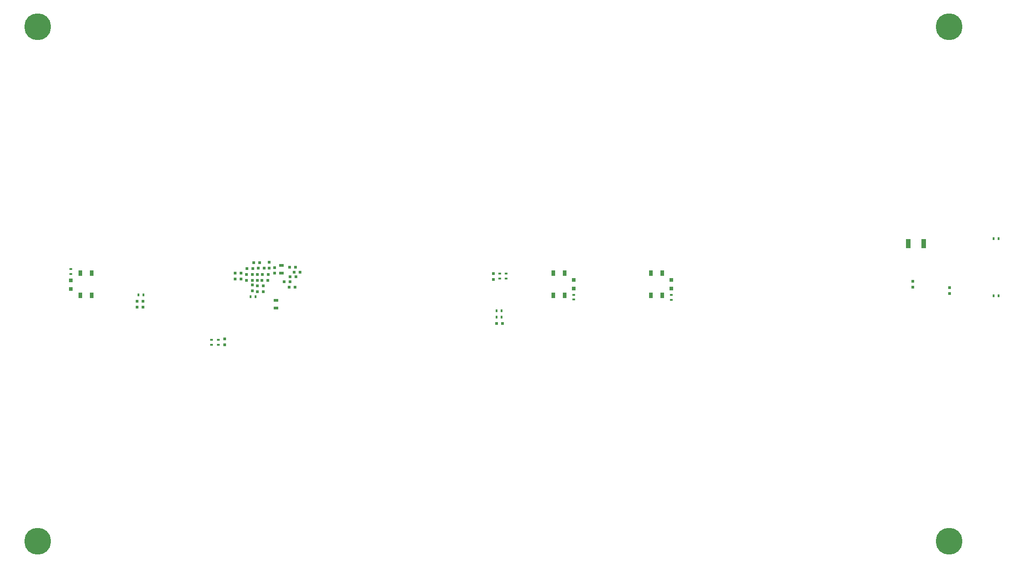
<source format=gbr>
%TF.GenerationSoftware,KiCad,Pcbnew,7.0.2-0*%
%TF.CreationDate,2023-05-18T01:22:18+02:00*%
%TF.ProjectId,panel,70616e65-6c2e-46b6-9963-61645f706362,2.2.0*%
%TF.SameCoordinates,PX2918ffdPY6cadc66*%
%TF.FileFunction,Paste,Bot*%
%TF.FilePolarity,Positive*%
%FSLAX46Y46*%
G04 Gerber Fmt 4.6, Leading zero omitted, Abs format (unit mm)*
G04 Created by KiCad (PCBNEW 7.0.2-0) date 2023-05-18 01:22:18*
%MOMM*%
%LPD*%
G01*
G04 APERTURE LIST*
%ADD10C,5.000000*%
%ADD11R,0.600000X0.400000*%
%ADD12R,0.600000X0.500000*%
%ADD13R,0.500000X0.600000*%
%ADD14R,0.900000X0.500000*%
%ADD15R,0.400000X0.600000*%
%ADD16R,0.800000X0.800000*%
%ADD17R,0.650000X1.050000*%
%ADD18R,0.900000X1.700000*%
G04 APERTURE END LIST*
D10*
%TO.C,REF\u002A\u002A*%
X20000000Y-27510000D03*
%TD*%
%TO.C,REF\u002A\u002A*%
X190027580Y68490000D03*
%TD*%
%TO.C,REF\u002A\u002A*%
X20000000Y68490000D03*
%TD*%
%TO.C,REF\u002A\u002A*%
X190027580Y-27510000D03*
%TD*%
D11*
%TO.C,R26*%
X107347430Y22408870D03*
X107347430Y21508870D03*
%TD*%
D12*
%TO.C,C8*%
X62886110Y21107430D03*
X61786110Y21107430D03*
%TD*%
D13*
%TO.C,C79*%
X57936110Y22457430D03*
X57936110Y21357430D03*
%TD*%
D14*
%TO.C,L5*%
X64436110Y17457430D03*
X64436110Y15957430D03*
%TD*%
D15*
%TO.C,R5*%
X38786110Y18417430D03*
X39686110Y18417430D03*
%TD*%
D11*
%TO.C,R18*%
X26197430Y22357430D03*
X26197430Y23257430D03*
%TD*%
D15*
%TO.C,R49*%
X198297430Y28957430D03*
X199197430Y28957430D03*
%TD*%
D12*
%TO.C,C32*%
X58886110Y22207430D03*
X59986110Y22207430D03*
%TD*%
D13*
%TO.C,C42*%
X54847430Y9157430D03*
X54847430Y10257430D03*
%TD*%
%TO.C,C47*%
X183236110Y19857430D03*
X183236110Y20957430D03*
%TD*%
%TO.C,C49*%
X190036110Y18657430D03*
X190036110Y19757430D03*
%TD*%
D12*
%TO.C,C33*%
X58986110Y23307430D03*
X60086110Y23307430D03*
%TD*%
%TO.C,C2*%
X60986110Y19007430D03*
X62086110Y19007430D03*
%TD*%
%TO.C,C10*%
X62986110Y22207430D03*
X61886110Y22207430D03*
%TD*%
D11*
%TO.C,R21*%
X119997430Y18457430D03*
X119997430Y17557430D03*
%TD*%
D16*
%TO.C,D4*%
X119997430Y19607430D03*
X119997430Y21207430D03*
%TD*%
D11*
%TO.C,R16*%
X138197430Y18407430D03*
X138197430Y17507430D03*
%TD*%
D13*
%TO.C,C53*%
X104947430Y22408870D03*
X104947430Y21308870D03*
%TD*%
D17*
%TO.C,SW2*%
X134322430Y22493870D03*
X134322430Y18343870D03*
X136472430Y22493870D03*
X136472430Y18343870D03*
%TD*%
D11*
%TO.C,R22*%
X53647430Y10057430D03*
X53647430Y9157430D03*
%TD*%
D12*
%TO.C,C26*%
X68186110Y21806030D03*
X67086110Y21806030D03*
%TD*%
D13*
%TO.C,C82*%
X63136110Y23396030D03*
X63136110Y24496030D03*
%TD*%
D15*
%TO.C,R53*%
X59686110Y18107430D03*
X60586110Y18107430D03*
%TD*%
D18*
%TO.C,F1*%
X185286110Y28007430D03*
X182386110Y28007430D03*
%TD*%
D15*
%TO.C,R27*%
X105597430Y15457430D03*
X106497430Y15457430D03*
%TD*%
D12*
%TO.C,C15*%
X39586110Y17217430D03*
X38486110Y17217430D03*
%TD*%
%TO.C,C3*%
X58886110Y21107430D03*
X59986110Y21107430D03*
%TD*%
D11*
%TO.C,R19*%
X52447430Y9157430D03*
X52447430Y10057430D03*
%TD*%
D12*
%TO.C,C27*%
X68886110Y22706030D03*
X67786110Y22706030D03*
%TD*%
D16*
%TO.C,D3*%
X26197430Y21157430D03*
X26197430Y19557430D03*
%TD*%
D12*
%TO.C,C34*%
X60286110Y24407430D03*
X61386110Y24407430D03*
%TD*%
%TO.C,C28*%
X68086110Y23606030D03*
X66986110Y23606030D03*
%TD*%
%TO.C,C83*%
X67986110Y19907430D03*
X66886110Y19907430D03*
%TD*%
%TO.C,C84*%
X65986110Y20907430D03*
X67086110Y20907430D03*
%TD*%
D15*
%TO.C,R48*%
X198297430Y18257430D03*
X199197430Y18257430D03*
%TD*%
D12*
%TO.C,C12*%
X62186110Y23407430D03*
X61086110Y23407430D03*
%TD*%
D13*
%TO.C,C77*%
X60936110Y22257430D03*
X60936110Y21157430D03*
%TD*%
D11*
%TO.C,R42*%
X106147430Y21508870D03*
X106147430Y22408870D03*
%TD*%
D13*
%TO.C,C1*%
X60036110Y19157430D03*
X60036110Y20257430D03*
%TD*%
D14*
%TO.C,L7*%
X65436110Y23956030D03*
X65436110Y22456030D03*
%TD*%
D12*
%TO.C,C6*%
X62086110Y20107430D03*
X60986110Y20107430D03*
%TD*%
D13*
%TO.C,C81*%
X64136110Y23556030D03*
X64136110Y22456030D03*
%TD*%
D12*
%TO.C,C18*%
X39586110Y16117430D03*
X38486110Y16117430D03*
%TD*%
D17*
%TO.C,SW3*%
X27922430Y22493870D03*
X27922430Y18343870D03*
X30072430Y22493870D03*
X30072430Y18343870D03*
%TD*%
%TO.C,SW1*%
X116122430Y22493870D03*
X116122430Y18343870D03*
X118272430Y22493870D03*
X118272430Y18343870D03*
%TD*%
D12*
%TO.C,C56*%
X105597430Y13057430D03*
X106697430Y13057430D03*
%TD*%
D13*
%TO.C,C69*%
X56836110Y21356030D03*
X56836110Y22456030D03*
%TD*%
D16*
%TO.C,D1*%
X138197430Y19607430D03*
X138197430Y21207430D03*
%TD*%
D15*
%TO.C,R43*%
X106497430Y14257430D03*
X105597430Y14257430D03*
%TD*%
M02*

</source>
